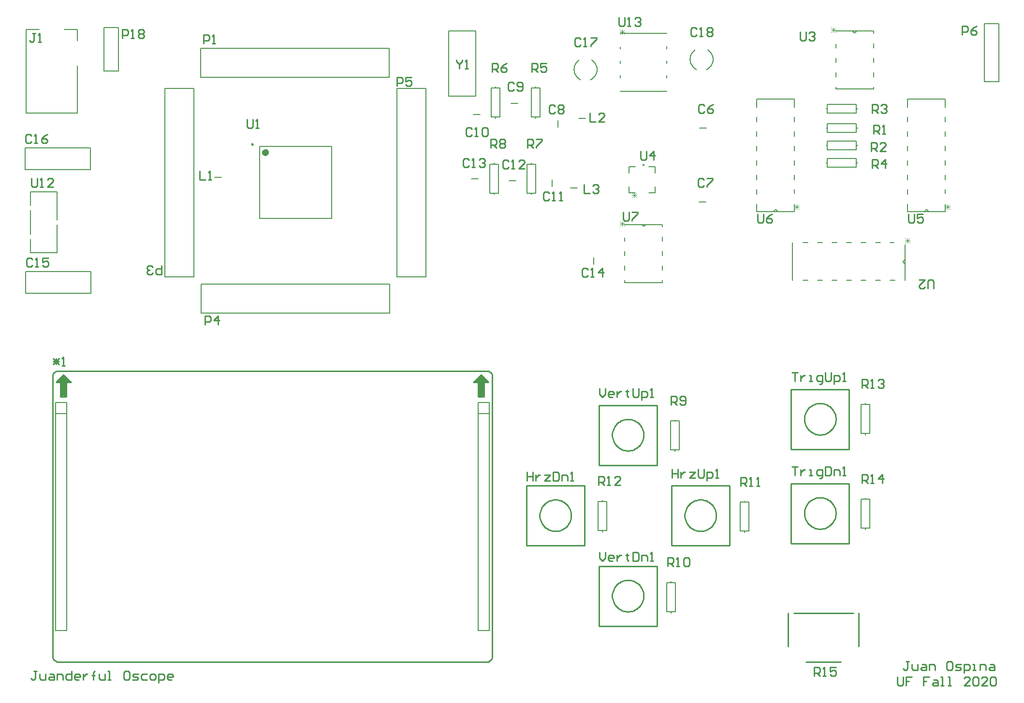
<source format=gto>
G04*
G04 #@! TF.GenerationSoftware,Altium Limited,Altium Designer,20.0.9 (164)*
G04*
G04 Layer_Color=65535*
%FSLAX25Y25*%
%MOIN*%
G70*
G01*
G75*
%ADD10C,0.00787*%
%ADD11C,0.00600*%
%ADD12C,0.01000*%
%ADD13C,0.00984*%
%ADD14C,0.02362*%
%ADD15C,0.00300*%
G36*
X429234Y363700D02*
Y364700D01*
X430734D01*
Y363700D01*
X429234D01*
D02*
G37*
D10*
X473274Y429839D02*
X474150Y430308D01*
X474959Y430884D01*
X475689Y431556D01*
X476329Y432315D01*
X476868Y433149D01*
X477298Y434044D01*
X477612Y434986D01*
X477805Y435960D01*
X477874Y436951D01*
X477817Y437942D01*
X477637Y438919D01*
X477334Y439865D01*
X476916Y440765D01*
X476387Y441605D01*
X475756Y442373D01*
X475034Y443054D01*
X474232Y443640D01*
X465768Y443640D02*
X464966Y443054D01*
X464244Y442373D01*
X463613Y441605D01*
X463084Y440765D01*
X462666Y439865D01*
X462363Y438919D01*
X462183Y437942D01*
X462126Y436951D01*
X462195Y435960D01*
X462388Y434986D01*
X462702Y434044D01*
X463132Y433149D01*
X463671Y432315D01*
X464311Y431556D01*
X465041Y430884D01*
X465850Y430308D01*
X466726Y429839D01*
X393274Y422839D02*
X394149Y423308D01*
X394959Y423883D01*
X395689Y424556D01*
X396329Y425316D01*
X396868Y426149D01*
X397298Y427044D01*
X397612Y427986D01*
X397805Y428961D01*
X397874Y429951D01*
X397817Y430942D01*
X397637Y431919D01*
X397334Y432865D01*
X396916Y433765D01*
X396387Y434605D01*
X395756Y435373D01*
X395034Y436054D01*
X394232Y436640D01*
X385768Y436640D02*
X384966Y436054D01*
X384244Y435373D01*
X383613Y434605D01*
X383084Y433765D01*
X382666Y432865D01*
X382363Y431919D01*
X382183Y430942D01*
X382126Y429951D01*
X382195Y428961D01*
X382388Y427986D01*
X382702Y427044D01*
X383132Y426149D01*
X383671Y425316D01*
X384311Y424556D01*
X385041Y423883D01*
X385851Y423308D01*
X386726Y422839D01*
X295748Y411665D02*
Y456547D01*
Y411665D02*
X314252D01*
Y456547D01*
X295748Y456547D02*
X314252D01*
X58000Y459000D02*
X68000D01*
Y429000D02*
Y459000D01*
X58000Y429000D02*
X68000D01*
X58000D02*
Y459000D01*
X39717Y399972D02*
Y432650D01*
Y449972D02*
Y457453D01*
X30661D02*
X39717D01*
X4283Y399972D02*
X39717D01*
X4283D02*
Y457453D01*
X13339Y457453D01*
X665000Y461500D02*
X675000D01*
Y421500D02*
Y461500D01*
X665000Y421500D02*
Y461500D01*
Y421500D02*
X675000D01*
X395500Y295638D02*
Y300362D01*
X134138Y355500D02*
X138862D01*
X338638Y406725D02*
X343362D01*
X312638Y399000D02*
X317362D01*
X311138Y354682D02*
X315862D01*
X337138Y353182D02*
X341862D01*
X367000Y349363D02*
Y354087D01*
X371043Y390363D02*
Y395087D01*
X468138Y338725D02*
X472862D01*
X468638Y389725D02*
X473362D01*
X379638Y348288D02*
X384362D01*
X385138Y396225D02*
X389862D01*
X328000Y397225D02*
X331000D01*
Y417225D01*
X325000D02*
X331000D01*
X325000Y397225D02*
Y417225D01*
Y397225D02*
X328000D01*
Y417225D02*
Y418125D01*
Y396325D02*
Y397225D01*
X352500Y417225D02*
X355500D01*
X352500Y397225D02*
Y417225D01*
Y397225D02*
X358500D01*
Y417225D01*
X355500D02*
X358500D01*
X355500Y396325D02*
Y397225D01*
Y417225D02*
Y418125D01*
X324000Y364725D02*
X327000D01*
X324000Y344725D02*
Y364725D01*
Y344725D02*
X330000D01*
Y364725D01*
X327000D02*
X330000D01*
X327000Y343825D02*
Y344725D01*
Y364725D02*
Y365625D01*
X352500Y344725D02*
X355500D01*
Y364725D01*
X349500D02*
X355500D01*
X349500Y344725D02*
Y364725D01*
Y344725D02*
X352500D01*
Y364725D02*
Y365625D01*
Y343825D02*
Y344725D01*
X555875Y403000D02*
X556775D01*
X576775D02*
X577675D01*
X556775D02*
Y406000D01*
X576775D01*
Y400000D02*
Y406000D01*
X556775Y400000D02*
X576775D01*
X556775D02*
Y403000D01*
X555875Y377500D02*
X556775D01*
X576775D02*
X577675D01*
X556775D02*
Y380500D01*
X576775D01*
Y374500D02*
Y380500D01*
X556775Y374500D02*
X576775D01*
X556775D02*
Y377500D01*
X555875Y365500D02*
X556775D01*
X576775D02*
X577675D01*
X556775D02*
Y368500D01*
X576775D01*
Y362500D02*
Y368500D01*
X556775Y362500D02*
X576775D01*
X556775D02*
Y365500D01*
X555875Y389500D02*
X556775D01*
X576775D02*
X577675D01*
X556775D02*
Y392500D01*
X576775D01*
Y386500D02*
Y392500D01*
X556775Y386500D02*
X576775D01*
X556775D02*
Y389500D01*
X446000Y76000D02*
X449000D01*
X446000Y56000D02*
Y76000D01*
Y56000D02*
X452000D01*
Y76000D01*
X449000D02*
X452000D01*
X449000Y55100D02*
Y56000D01*
Y76000D02*
Y76900D01*
X448500Y187500D02*
X451500D01*
X448500Y167500D02*
Y187500D01*
Y167500D02*
X454500D01*
Y187500D01*
X451500D02*
X454500D01*
X451500Y166600D02*
Y167500D01*
Y187500D02*
Y188400D01*
X398500Y132000D02*
X401500D01*
X398500Y112000D02*
Y132000D01*
Y112000D02*
X404500D01*
Y132000D01*
X401500D02*
X404500D01*
X401500Y111100D02*
Y112000D01*
Y132000D02*
Y132900D01*
X496500Y131500D02*
X499500D01*
X496500Y111500D02*
Y131500D01*
Y111500D02*
X502500D01*
Y131500D01*
X499500D02*
X502500D01*
X499500Y110600D02*
Y111500D01*
Y131500D02*
Y132400D01*
X580000Y133500D02*
X583000D01*
X580000Y113500D02*
Y133500D01*
Y113500D02*
X586000D01*
Y133500D01*
X583000D02*
X586000D01*
X583000Y112600D02*
Y113500D01*
Y133500D02*
Y134400D01*
X580000Y199000D02*
X583000D01*
X580000Y179000D02*
Y199000D01*
Y179000D02*
X586000D01*
Y199000D01*
X583000D02*
X586000D01*
X583000Y178100D02*
Y179000D01*
Y199000D02*
Y199900D01*
X3500Y361000D02*
Y376000D01*
X48500D01*
Y361000D02*
Y376000D01*
X3500Y361000D02*
X48500D01*
X49000Y275500D02*
Y290500D01*
X4000Y275500D02*
X49000D01*
X4000D02*
Y290500D01*
X49000D01*
X100000Y287000D02*
X120000D01*
X100000Y417000D02*
X120000D01*
Y287000D02*
Y417000D01*
X100000Y287000D02*
Y417000D01*
X255000Y262000D02*
Y282000D01*
X125000Y262000D02*
Y282000D01*
X255000D01*
X125000Y262000D02*
X255000D01*
X260000Y417000D02*
X280000D01*
X260000Y287000D02*
X280000D01*
X260000D02*
Y417000D01*
X280000Y287000D02*
Y417000D01*
X124500Y424500D02*
Y444500D01*
X254500Y424500D02*
Y444500D01*
X124500Y424500D02*
X254500D01*
X124500Y444500D02*
X254500D01*
X24563Y200437D02*
X32437D01*
X24563Y192563D02*
X32437D01*
X24563Y42957D02*
X32437D01*
Y200437D01*
X24563Y42957D02*
Y200437D01*
X315902D02*
X323776D01*
X315902Y192563D02*
X323776D01*
X315902Y42957D02*
X323776D01*
Y200437D01*
X315902Y42957D02*
Y200437D01*
X165197Y327197D02*
Y376803D01*
X214803Y327197D02*
Y376803D01*
X165197D02*
X214803D01*
X165197Y327197D02*
X214803D01*
D11*
X428800Y323000D02*
X429151Y322151D01*
X430000Y321800D01*
X430849Y322151D01*
X431200Y323000D01*
X626200Y331975D02*
X625848Y332823D01*
X625000Y333175D01*
X624152Y332823D01*
X623800Y331975D01*
X522200D02*
X521848Y332823D01*
X521000Y333175D01*
X520152Y332823D01*
X519800Y331975D01*
X610250Y298700D02*
X609402Y298348D01*
X609050Y297500D01*
X609402Y296652D01*
X610250Y296300D01*
X574300Y456500D02*
X574651Y455652D01*
X575500Y455300D01*
X576348Y455652D01*
X576700Y456500D01*
X7250Y316153D02*
Y332847D01*
X25750Y303500D02*
Y322847D01*
X7250Y345500D02*
X25750D01*
X7250Y336153D02*
Y345500D01*
Y303500D02*
X25750D01*
X7250D02*
Y312847D01*
X25750Y326153D02*
Y345500D01*
X446000Y444192D02*
Y445808D01*
X414000Y415000D02*
X446000D01*
Y424192D02*
Y425808D01*
X414000Y455000D02*
X446000D01*
X414000Y444192D02*
Y445690D01*
Y434192D02*
Y435808D01*
Y424192D02*
Y425808D01*
X446000Y434192D02*
Y435808D01*
X443000Y311476D02*
Y314524D01*
Y301476D02*
Y304524D01*
Y291476D02*
Y294524D01*
X417000Y283000D02*
Y284524D01*
Y291476D02*
Y294524D01*
Y301476D02*
Y304524D01*
Y311476D02*
Y313990D01*
Y323000D02*
X443000D01*
Y283000D02*
Y284524D01*
X417000Y283000D02*
X443000D01*
Y321476D02*
Y323000D01*
X612000Y331975D02*
Y337423D01*
Y409475D02*
X638000D01*
X612000Y404027D02*
Y409475D01*
Y331975D02*
X638000D01*
Y336865D01*
Y344585D02*
Y347424D01*
Y354027D02*
Y357423D01*
Y364026D02*
Y367424D01*
Y374026D02*
Y377424D01*
Y384027D02*
Y387423D01*
Y394026D02*
Y397424D01*
Y404027D02*
Y409475D01*
X612000Y394026D02*
Y397424D01*
Y384027D02*
Y387423D01*
Y374026D02*
Y377424D01*
Y364026D02*
Y367424D01*
Y354027D02*
Y357423D01*
Y344026D02*
Y347424D01*
X508000Y331975D02*
Y337423D01*
Y409475D02*
X534000D01*
X508000Y404027D02*
Y409475D01*
Y331975D02*
X534000D01*
Y336865D01*
Y344585D02*
Y347424D01*
Y354027D02*
Y357423D01*
Y364026D02*
Y367424D01*
Y374026D02*
Y377424D01*
Y384027D02*
Y387423D01*
Y394026D02*
Y397424D01*
Y404027D02*
Y409475D01*
X508000Y394026D02*
Y397424D01*
Y384027D02*
Y387423D01*
Y374026D02*
Y377424D01*
Y364026D02*
Y367424D01*
Y354027D02*
Y357423D01*
Y344026D02*
Y347424D01*
X589802Y284500D02*
X593198D01*
X579802D02*
X583198D01*
X569802D02*
X573199D01*
X559801D02*
X563199D01*
X549801D02*
X553198D01*
X539802Y310500D02*
X543198D01*
X549801D02*
X553198D01*
X559801D02*
X563199D01*
X569802D02*
X573199D01*
X579802D02*
X583198D01*
X589802D02*
X593198D01*
X599801D02*
X602640D01*
X610250Y284500D02*
Y309424D01*
X539802Y284500D02*
X543198D01*
X532750D02*
Y310500D01*
X599801Y284500D02*
X603198D01*
X588500Y444976D02*
Y448024D01*
Y434976D02*
Y438024D01*
Y424976D02*
Y428024D01*
X562500Y416500D02*
Y418024D01*
Y424976D02*
Y428024D01*
Y434976D02*
Y438024D01*
Y444976D02*
Y447490D01*
Y456500D02*
X588500D01*
Y416500D02*
Y418024D01*
X562500Y416500D02*
X588500D01*
Y454976D02*
Y456500D01*
X419950Y344950D02*
Y349285D01*
X438050Y344950D02*
Y349285D01*
X433715Y363050D02*
X438050D01*
X419950Y358715D02*
Y363050D01*
Y344950D02*
X424285D01*
X433715D02*
X438050D01*
Y358715D02*
Y363050D01*
X419950D02*
X424285D01*
D12*
X325744Y218154D02*
X325610Y219173D01*
X325217Y220122D01*
X324591Y220937D01*
X323776Y221563D01*
X322826Y221956D01*
X321807Y222091D01*
Y21303D02*
X322826Y21437D01*
X323776Y21831D01*
X324591Y22456D01*
X325217Y23272D01*
X325610Y24221D01*
X325744Y25240D01*
X22594D02*
X22729Y24221D01*
X23122Y23272D01*
X23748Y22456D01*
X24563Y21831D01*
X25512Y21437D01*
X26531Y21303D01*
Y222091D02*
X25512Y221956D01*
X24563Y221563D01*
X23748Y220937D01*
X23122Y220122D01*
X22729Y219173D01*
X22594Y218154D01*
X430068Y66854D02*
X430022Y67854D01*
X429884Y68845D01*
X429655Y69819D01*
X429337Y70767D01*
X428933Y71683D01*
X428446Y72557D01*
X427880Y73382D01*
X427241Y74152D01*
X426534Y74859D01*
X425764Y75499D01*
X424939Y76064D01*
X424064Y76551D01*
X423149Y76955D01*
X422201Y77273D01*
X421227Y77502D01*
X420236Y77640D01*
X419236Y77687D01*
X418237Y77640D01*
X417246Y77502D01*
X416272Y77273D01*
X415323Y76955D01*
X414408Y76551D01*
X413534Y76064D01*
X412708Y75499D01*
X411939Y74859D01*
X411231Y74152D01*
X410592Y73382D01*
X410027Y72557D01*
X409540Y71683D01*
X409136Y70767D01*
X408818Y69819D01*
X408589Y68845D01*
X408450Y67854D01*
X408404Y66854D01*
X408450Y65855D01*
X408589Y64864D01*
X408818Y63890D01*
X409136Y62941D01*
X409540Y62026D01*
X410027Y61152D01*
X410592Y60326D01*
X411231Y59557D01*
X411939Y58849D01*
X412708Y58210D01*
X413534Y57645D01*
X414408Y57158D01*
X415323Y56754D01*
X416272Y56436D01*
X417246Y56207D01*
X418237Y56068D01*
X419236Y56022D01*
X420236Y56068D01*
X421227Y56207D01*
X422201Y56436D01*
X423149Y56754D01*
X424064Y57158D01*
X424939Y57645D01*
X425764Y58210D01*
X426534Y58849D01*
X427241Y59557D01*
X427880Y60326D01*
X428446Y61152D01*
X428933Y62026D01*
X429337Y62941D01*
X429655Y63890D01*
X429884Y64864D01*
X430022Y65855D01*
X430068Y66854D01*
Y177854D02*
X430022Y178854D01*
X429884Y179845D01*
X429655Y180819D01*
X429337Y181767D01*
X428933Y182683D01*
X428446Y183557D01*
X427880Y184382D01*
X427241Y185152D01*
X426534Y185859D01*
X425764Y186499D01*
X424939Y187064D01*
X424064Y187551D01*
X423149Y187955D01*
X422201Y188273D01*
X421227Y188502D01*
X420236Y188640D01*
X419236Y188687D01*
X418237Y188640D01*
X417246Y188502D01*
X416272Y188273D01*
X415323Y187955D01*
X414408Y187551D01*
X413534Y187064D01*
X412708Y186499D01*
X411939Y185859D01*
X411231Y185152D01*
X410592Y184382D01*
X410027Y183557D01*
X409540Y182683D01*
X409136Y181767D01*
X408818Y180819D01*
X408589Y179845D01*
X408450Y178854D01*
X408404Y177854D01*
X408450Y176855D01*
X408589Y175864D01*
X408818Y174890D01*
X409136Y173941D01*
X409540Y173026D01*
X410027Y172152D01*
X410592Y171326D01*
X411231Y170557D01*
X411939Y169849D01*
X412708Y169210D01*
X413534Y168645D01*
X414408Y168158D01*
X415323Y167754D01*
X416272Y167436D01*
X417246Y167207D01*
X418237Y167068D01*
X419236Y167022D01*
X420236Y167068D01*
X421227Y167207D01*
X422201Y167436D01*
X423149Y167754D01*
X424064Y168158D01*
X424939Y168645D01*
X425764Y169210D01*
X426534Y169849D01*
X427241Y170557D01*
X427880Y171326D01*
X428446Y172152D01*
X428933Y173026D01*
X429337Y173941D01*
X429655Y174890D01*
X429884Y175864D01*
X430022Y176855D01*
X430068Y177854D01*
X380068Y122354D02*
X380022Y123354D01*
X379884Y124345D01*
X379655Y125319D01*
X379337Y126267D01*
X378933Y127183D01*
X378446Y128057D01*
X377881Y128882D01*
X377241Y129652D01*
X376534Y130359D01*
X375764Y130999D01*
X374939Y131564D01*
X374064Y132051D01*
X373149Y132455D01*
X372201Y132773D01*
X371227Y133002D01*
X370236Y133140D01*
X369236Y133186D01*
X368237Y133140D01*
X367246Y133002D01*
X366272Y132773D01*
X365323Y132455D01*
X364408Y132051D01*
X363534Y131564D01*
X362708Y130999D01*
X361939Y130359D01*
X361231Y129652D01*
X360592Y128882D01*
X360027Y128057D01*
X359540Y127183D01*
X359136Y126267D01*
X358818Y125319D01*
X358589Y124345D01*
X358450Y123354D01*
X358404Y122354D01*
X358450Y121355D01*
X358589Y120364D01*
X358818Y119390D01*
X359136Y118441D01*
X359540Y117526D01*
X360027Y116652D01*
X360592Y115826D01*
X361231Y115057D01*
X361939Y114349D01*
X362708Y113710D01*
X363534Y113145D01*
X364408Y112658D01*
X365323Y112254D01*
X366272Y111936D01*
X367246Y111707D01*
X368237Y111568D01*
X369236Y111522D01*
X370236Y111568D01*
X371227Y111707D01*
X372201Y111936D01*
X373149Y112254D01*
X374064Y112658D01*
X374939Y113145D01*
X375764Y113710D01*
X376534Y114349D01*
X377241Y115057D01*
X377881Y115826D01*
X378446Y116652D01*
X378933Y117526D01*
X379337Y118441D01*
X379655Y119390D01*
X379884Y120364D01*
X380022Y121355D01*
X380068Y122354D01*
X480068D02*
X480022Y123354D01*
X479884Y124345D01*
X479655Y125319D01*
X479337Y126267D01*
X478933Y127183D01*
X478446Y128057D01*
X477880Y128882D01*
X477241Y129652D01*
X476534Y130359D01*
X475764Y130999D01*
X474939Y131564D01*
X474064Y132051D01*
X473149Y132455D01*
X472201Y132773D01*
X471227Y133002D01*
X470236Y133140D01*
X469236Y133186D01*
X468237Y133140D01*
X467246Y133002D01*
X466272Y132773D01*
X465323Y132455D01*
X464408Y132051D01*
X463534Y131564D01*
X462708Y130999D01*
X461939Y130359D01*
X461231Y129652D01*
X460592Y128882D01*
X460027Y128057D01*
X459540Y127183D01*
X459135Y126267D01*
X458818Y125319D01*
X458589Y124345D01*
X458450Y123354D01*
X458404Y122354D01*
X458450Y121355D01*
X458589Y120364D01*
X458818Y119390D01*
X459135Y118441D01*
X459540Y117526D01*
X460027Y116652D01*
X460592Y115826D01*
X461231Y115057D01*
X461939Y114349D01*
X462708Y113710D01*
X463534Y113145D01*
X464408Y112658D01*
X465323Y112254D01*
X466272Y111936D01*
X467246Y111707D01*
X468237Y111568D01*
X469236Y111522D01*
X470236Y111568D01*
X471227Y111707D01*
X472201Y111936D01*
X473149Y112254D01*
X474064Y112658D01*
X474939Y113145D01*
X475764Y113710D01*
X476534Y114349D01*
X477241Y115057D01*
X477880Y115826D01*
X478446Y116652D01*
X478933Y117526D01*
X479337Y118441D01*
X479655Y119390D01*
X479884Y120364D01*
X480022Y121355D01*
X480068Y122354D01*
X562568Y123854D02*
X562522Y124854D01*
X562384Y125845D01*
X562155Y126819D01*
X561837Y127767D01*
X561433Y128683D01*
X560946Y129557D01*
X560381Y130382D01*
X559741Y131152D01*
X559034Y131859D01*
X558264Y132499D01*
X557439Y133064D01*
X556565Y133551D01*
X555649Y133955D01*
X554701Y134273D01*
X553727Y134502D01*
X552736Y134640D01*
X551736Y134687D01*
X550737Y134640D01*
X549746Y134502D01*
X548772Y134273D01*
X547823Y133955D01*
X546908Y133551D01*
X546034Y133064D01*
X545208Y132499D01*
X544439Y131859D01*
X543731Y131152D01*
X543092Y130382D01*
X542527Y129557D01*
X542040Y128683D01*
X541636Y127767D01*
X541318Y126819D01*
X541088Y125845D01*
X540950Y124854D01*
X540904Y123854D01*
X540950Y122855D01*
X541088Y121864D01*
X541318Y120890D01*
X541636Y119941D01*
X542040Y119026D01*
X542526Y118152D01*
X543092Y117326D01*
X543731Y116557D01*
X544439Y115849D01*
X545208Y115210D01*
X546034Y114645D01*
X546908Y114158D01*
X547823Y113754D01*
X548772Y113436D01*
X549746Y113207D01*
X550737Y113068D01*
X551736Y113022D01*
X552736Y113068D01*
X553727Y113207D01*
X554701Y113436D01*
X555649Y113754D01*
X556565Y114158D01*
X557439Y114645D01*
X558264Y115210D01*
X559034Y115849D01*
X559741Y116557D01*
X560381Y117326D01*
X560946Y118152D01*
X561433Y119026D01*
X561837Y119941D01*
X562155Y120890D01*
X562384Y121864D01*
X562522Y122855D01*
X562568Y123854D01*
Y188854D02*
X562522Y189854D01*
X562384Y190845D01*
X562155Y191819D01*
X561837Y192767D01*
X561433Y193683D01*
X560946Y194557D01*
X560381Y195382D01*
X559741Y196152D01*
X559034Y196859D01*
X558264Y197499D01*
X557439Y198064D01*
X556565Y198551D01*
X555649Y198955D01*
X554701Y199273D01*
X553727Y199502D01*
X552736Y199640D01*
X551736Y199687D01*
X550737Y199640D01*
X549746Y199502D01*
X548772Y199273D01*
X547823Y198955D01*
X546908Y198551D01*
X546034Y198064D01*
X545208Y197499D01*
X544439Y196859D01*
X543731Y196152D01*
X543092Y195382D01*
X542527Y194557D01*
X542040Y193683D01*
X541636Y192767D01*
X541318Y191819D01*
X541088Y190845D01*
X540950Y189854D01*
X540904Y188854D01*
X540950Y187855D01*
X541088Y186864D01*
X541318Y185890D01*
X541636Y184941D01*
X542040Y184026D01*
X542526Y183152D01*
X543092Y182326D01*
X543731Y181557D01*
X544439Y180849D01*
X545208Y180210D01*
X546034Y179645D01*
X546908Y179158D01*
X547823Y178754D01*
X548772Y178436D01*
X549746Y178207D01*
X550737Y178068D01*
X551736Y178022D01*
X552736Y178068D01*
X553727Y178207D01*
X554701Y178436D01*
X555649Y178754D01*
X556565Y179158D01*
X557439Y179645D01*
X558264Y180210D01*
X559034Y180849D01*
X559741Y181557D01*
X560381Y182326D01*
X560946Y183152D01*
X561433Y184026D01*
X561837Y184941D01*
X562155Y185890D01*
X562384Y186864D01*
X562522Y187855D01*
X562568Y188854D01*
X542000Y21300D02*
X566000D01*
X529600Y31800D02*
Y54800D01*
X533500D02*
X574500D01*
X578400Y31800D02*
Y54800D01*
X325744Y25240D02*
Y218154D01*
X26531Y21303D02*
X321807D01*
X22594Y25240D02*
Y218154D01*
X26531Y222091D02*
X321807D01*
X319051Y205161D02*
Y214901D01*
X318264Y204374D02*
Y214901D01*
X317476Y204768D02*
Y214901D01*
X316689Y204374D02*
Y214901D01*
X317385Y218691D02*
X318264Y217812D01*
X317227Y218691D02*
X317385D01*
X316348Y217812D02*
X319392D01*
X315344Y216809D02*
X320186D01*
X314340Y215805D02*
X321089D01*
X313436Y214901D02*
X322160D01*
X31256Y204374D02*
Y214973D01*
X30468Y204374D02*
Y214216D01*
X29681Y205161D02*
Y214973D01*
X28894Y204768D02*
Y214216D01*
X28106D02*
X32043D01*
X27454Y216714D02*
X32324D01*
X29638Y218897D02*
X30512D01*
X28684Y217944D02*
X31211D01*
X27780Y217040D02*
X32370D01*
X26701Y215961D02*
X33344D01*
X27349Y214973D02*
X34081D01*
X27349D02*
X28106Y214216D01*
X25714Y214973D02*
X27349D01*
X319839Y204374D02*
Y214216D01*
X315902Y204374D02*
Y214216D01*
Y204374D02*
X319839D01*
X312752Y214216D02*
X315902D01*
X319839D02*
X322988D01*
X317870Y219335D02*
X322988Y214216D01*
X312752D02*
X317870Y219335D01*
X32043Y204374D02*
Y214216D01*
X28106Y204374D02*
Y214216D01*
Y204374D02*
X32043D01*
X24957Y214216D02*
X28106D01*
X32043D02*
X35193D01*
X30075Y219335D02*
X35193Y214216D01*
X24957D02*
X30075Y219335D01*
X439157Y45988D02*
Y87327D01*
X399157Y45988D02*
Y87327D01*
X439157D01*
X399157Y45988D02*
X439157D01*
Y156988D02*
Y198327D01*
X399157Y156988D02*
Y198327D01*
X439157D01*
X399157Y156988D02*
X439157D01*
X389157Y101488D02*
Y142827D01*
X349157Y101488D02*
Y142827D01*
X389157D01*
X349157Y101488D02*
X389157D01*
X489157D02*
Y142827D01*
X449157Y101488D02*
Y142827D01*
X489157D01*
X449157Y101488D02*
X489157D01*
X571657Y102988D02*
Y144327D01*
X531657Y102988D02*
Y144327D01*
X571657D01*
X531657Y102988D02*
X571657D01*
Y167988D02*
Y209327D01*
X531657Y167988D02*
Y209327D01*
X571657D01*
X531657Y167988D02*
X571657D01*
X11499Y14997D02*
X9499D01*
X10499D01*
Y9999D01*
X9499Y8999D01*
X8500D01*
X7500Y9999D01*
X13498Y12998D02*
Y9999D01*
X14498Y8999D01*
X17497D01*
Y12998D01*
X20496D02*
X22495D01*
X23495Y11998D01*
Y8999D01*
X20496D01*
X19496Y9999D01*
X20496Y10999D01*
X23495D01*
X25494Y8999D02*
Y12998D01*
X28493D01*
X29493Y11998D01*
Y8999D01*
X35491Y14997D02*
Y8999D01*
X32492D01*
X31492Y9999D01*
Y11998D01*
X32492Y12998D01*
X35491D01*
X40489Y8999D02*
X38490D01*
X37490Y9999D01*
Y11998D01*
X38490Y12998D01*
X40489D01*
X41489Y11998D01*
Y10999D01*
X37490D01*
X43488Y12998D02*
Y8999D01*
Y10999D01*
X44488Y11998D01*
X45488Y12998D01*
X46487D01*
X50486Y8999D02*
Y13998D01*
Y11998D01*
X49486D01*
X51486D01*
X50486D01*
Y13998D01*
X51486Y14997D01*
X54485Y12998D02*
Y9999D01*
X55484Y8999D01*
X58483D01*
Y12998D01*
X60483Y8999D02*
X62482D01*
X61483D01*
Y14997D01*
X60483D01*
X74478D02*
X72479D01*
X71479Y13998D01*
Y9999D01*
X72479Y8999D01*
X74478D01*
X75478Y9999D01*
Y13998D01*
X74478Y14997D01*
X77477Y8999D02*
X80476D01*
X81476Y9999D01*
X80476Y10999D01*
X78477D01*
X77477Y11998D01*
X78477Y12998D01*
X81476D01*
X87474D02*
X84475D01*
X83475Y11998D01*
Y9999D01*
X84475Y8999D01*
X87474D01*
X90473D02*
X92472D01*
X93472Y9999D01*
Y11998D01*
X92472Y12998D01*
X90473D01*
X89473Y11998D01*
Y9999D01*
X90473Y8999D01*
X95472Y7000D02*
Y12998D01*
X98471D01*
X99470Y11998D01*
Y9999D01*
X98471Y8999D01*
X95472D01*
X104469D02*
X102469D01*
X101470Y9999D01*
Y11998D01*
X102469Y12998D01*
X104469D01*
X105468Y11998D01*
Y10999D01*
X101470D01*
X605000Y10998D02*
Y6000D01*
X606000Y5000D01*
X607999D01*
X608999Y6000D01*
Y10998D01*
X614997D02*
X610998D01*
Y7999D01*
X612997D01*
X610998D01*
Y5000D01*
X626993Y10998D02*
X622994D01*
Y7999D01*
X624994D01*
X622994D01*
Y5000D01*
X629992Y8999D02*
X631991D01*
X632991Y7999D01*
Y5000D01*
X629992D01*
X628992Y6000D01*
X629992Y6999D01*
X632991D01*
X634990Y5000D02*
X636990D01*
X635990D01*
Y10998D01*
X634990D01*
X639989Y5000D02*
X641988D01*
X640988D01*
Y10998D01*
X639989D01*
X654984Y5000D02*
X650985D01*
X654984Y8999D01*
Y9998D01*
X653984Y10998D01*
X651985D01*
X650985Y9998D01*
X656983D02*
X657983Y10998D01*
X659982D01*
X660982Y9998D01*
Y6000D01*
X659982Y5000D01*
X657983D01*
X656983Y6000D01*
Y9998D01*
X666980Y5000D02*
X662981D01*
X666980Y8999D01*
Y9998D01*
X665980Y10998D01*
X663981D01*
X662981Y9998D01*
X668979D02*
X669979Y10998D01*
X671978D01*
X672978Y9998D01*
Y6000D01*
X671978Y5000D01*
X669979D01*
X668979Y6000D01*
Y9998D01*
X612999Y21497D02*
X610999D01*
X611999D01*
Y16499D01*
X610999Y15499D01*
X610000D01*
X609000Y16499D01*
X614998Y19498D02*
Y16499D01*
X615998Y15499D01*
X618997D01*
Y19498D01*
X621996D02*
X623995D01*
X624995Y18498D01*
Y15499D01*
X621996D01*
X620996Y16499D01*
X621996Y17499D01*
X624995D01*
X626994Y15499D02*
Y19498D01*
X629993D01*
X630993Y18498D01*
Y15499D01*
X641989Y21497D02*
X639990D01*
X638990Y20498D01*
Y16499D01*
X639990Y15499D01*
X641989D01*
X642989Y16499D01*
Y20498D01*
X641989Y21497D01*
X644988Y15499D02*
X647987D01*
X648987Y16499D01*
X647987Y17499D01*
X645988D01*
X644988Y18498D01*
X645988Y19498D01*
X648987D01*
X650986Y13500D02*
Y19498D01*
X653986D01*
X654985Y18498D01*
Y16499D01*
X653986Y15499D01*
X650986D01*
X656985D02*
X658984D01*
X657984D01*
Y19498D01*
X656985D01*
X661983Y15499D02*
Y19498D01*
X664982D01*
X665982Y18498D01*
Y15499D01*
X668981Y19498D02*
X670980D01*
X671980Y18498D01*
Y15499D01*
X668981D01*
X667981Y16499D01*
X668981Y17499D01*
X671980D01*
X301001Y436499D02*
Y435499D01*
X303001Y433500D01*
X305000Y435499D01*
Y436499D01*
X303001Y433500D02*
Y430501D01*
X306999D02*
X308999D01*
X307999D01*
Y436499D01*
X306999Y435499D01*
X391501Y291999D02*
X390501Y292999D01*
X388502D01*
X387502Y291999D01*
Y288001D01*
X388502Y287001D01*
X390501D01*
X391501Y288001D01*
X393500Y287001D02*
X395500D01*
X394500D01*
Y292999D01*
X393500Y291999D01*
X401498Y287001D02*
Y292999D01*
X398499Y290000D01*
X402498D01*
X649502Y454001D02*
Y459999D01*
X652501D01*
X653500Y458999D01*
Y457000D01*
X652501Y456000D01*
X649502D01*
X659498Y459999D02*
X657499Y458999D01*
X655500Y457000D01*
Y455001D01*
X656499Y454001D01*
X658499D01*
X659498Y455001D01*
Y456000D01*
X658499Y457000D01*
X655500D01*
X324600Y375900D02*
Y381898D01*
X327599D01*
X328599Y380898D01*
Y378899D01*
X327599Y377899D01*
X324600D01*
X326599D02*
X328599Y375900D01*
X330598Y380898D02*
X331598Y381898D01*
X333597D01*
X334597Y380898D01*
Y379899D01*
X333597Y378899D01*
X334597Y377899D01*
Y376900D01*
X333597Y375900D01*
X331598D01*
X330598Y376900D01*
Y377899D01*
X331598Y378899D01*
X330598Y379899D01*
Y380898D01*
X331598Y378899D02*
X333597D01*
X350100Y375925D02*
Y381923D01*
X353099D01*
X354099Y380923D01*
Y378924D01*
X353099Y377924D01*
X350100D01*
X352099D02*
X354099Y375925D01*
X356098Y381923D02*
X360097D01*
Y380923D01*
X356098Y376925D01*
Y375925D01*
X325600Y428400D02*
Y434398D01*
X328599D01*
X329599Y433398D01*
Y431399D01*
X328599Y430399D01*
X325600D01*
X327599D02*
X329599Y428400D01*
X335597Y434398D02*
X333597Y433398D01*
X331598Y431399D01*
Y429400D01*
X332598Y428400D01*
X334597D01*
X335597Y429400D01*
Y430399D01*
X334597Y431399D01*
X331598D01*
X353100Y428400D02*
Y434398D01*
X356099D01*
X357099Y433398D01*
Y431399D01*
X356099Y430399D01*
X353100D01*
X355099D02*
X357099Y428400D01*
X363097Y434398D02*
X359098D01*
Y431399D01*
X361097Y432399D01*
X362097D01*
X363097Y431399D01*
Y429400D01*
X362097Y428400D01*
X360098D01*
X359098Y429400D01*
X389002Y350724D02*
Y344726D01*
X393000D01*
X395000Y349724D02*
X395999Y350724D01*
X397999D01*
X398998Y349724D01*
Y348725D01*
X397999Y347725D01*
X396999D01*
X397999D01*
X398998Y346725D01*
Y345726D01*
X397999Y344726D01*
X395999D01*
X395000Y345726D01*
X393002Y399787D02*
Y393789D01*
X397000D01*
X402998D02*
X399000D01*
X402998Y397788D01*
Y398787D01*
X401999Y399787D01*
X399999D01*
X399000Y398787D01*
X309501Y367681D02*
X308502Y368681D01*
X306502D01*
X305502Y367681D01*
Y363682D01*
X306502Y362683D01*
X308502D01*
X309501Y363682D01*
X311501Y362683D02*
X313500D01*
X312500D01*
Y368681D01*
X311501Y367681D01*
X316499D02*
X317499Y368681D01*
X319498D01*
X320498Y367681D01*
Y366681D01*
X319498Y365682D01*
X318498D01*
X319498D01*
X320498Y364682D01*
Y363682D01*
X319498Y362683D01*
X317499D01*
X316499Y363682D01*
X337001Y366681D02*
X336001Y367681D01*
X334002D01*
X333002Y366681D01*
Y362682D01*
X334002Y361683D01*
X336001D01*
X337001Y362682D01*
X339001Y361683D02*
X341000D01*
X340000D01*
Y367681D01*
X339001Y366681D01*
X347998Y361683D02*
X343999D01*
X347998Y365681D01*
Y366681D01*
X346998Y367681D01*
X344999D01*
X343999Y366681D01*
X365001Y344724D02*
X364001Y345724D01*
X362002D01*
X361002Y344724D01*
Y340726D01*
X362002Y339726D01*
X364001D01*
X365001Y340726D01*
X367000Y339726D02*
X369000D01*
X368000D01*
Y345724D01*
X367000Y344724D01*
X371999Y339726D02*
X373998D01*
X372998D01*
Y345724D01*
X371999Y344724D01*
X311501Y388999D02*
X310502Y389999D01*
X308502D01*
X307502Y388999D01*
Y385001D01*
X308502Y384001D01*
X310502D01*
X311501Y385001D01*
X313500Y384001D02*
X315500D01*
X314500D01*
Y389999D01*
X313500Y388999D01*
X318499D02*
X319498Y389999D01*
X321498D01*
X322498Y388999D01*
Y385001D01*
X321498Y384001D01*
X319498D01*
X318499Y385001D01*
Y388999D01*
X340500Y420224D02*
X339501Y421224D01*
X337501D01*
X336502Y420224D01*
Y416226D01*
X337501Y415226D01*
X339501D01*
X340500Y416226D01*
X342500D02*
X343499Y415226D01*
X345499D01*
X346498Y416226D01*
Y420224D01*
X345499Y421224D01*
X343499D01*
X342500Y420224D01*
Y419225D01*
X343499Y418225D01*
X346498D01*
X368999Y404698D02*
X367999Y405698D01*
X366000D01*
X365000Y404698D01*
Y400700D01*
X366000Y399700D01*
X367999D01*
X368999Y400700D01*
X370998Y404698D02*
X371998Y405698D01*
X373997D01*
X374997Y404698D01*
Y403699D01*
X373997Y402699D01*
X374997Y401699D01*
Y400700D01*
X373997Y399700D01*
X371998D01*
X370998Y400700D01*
Y401699D01*
X371998Y402699D01*
X370998Y403699D01*
Y404698D01*
X371998Y402699D02*
X373997D01*
X471599Y353798D02*
X470599Y354798D01*
X468600D01*
X467600Y353798D01*
Y349800D01*
X468600Y348800D01*
X470599D01*
X471599Y349800D01*
X473598Y354798D02*
X477597D01*
Y353798D01*
X473598Y349800D01*
Y348800D01*
X472099Y404798D02*
X471099Y405798D01*
X469100D01*
X468100Y404798D01*
Y400800D01*
X469100Y399800D01*
X471099D01*
X472099Y400800D01*
X478097Y405798D02*
X476097Y404798D01*
X474098Y402799D01*
Y400800D01*
X475098Y399800D01*
X477097D01*
X478097Y400800D01*
Y401799D01*
X477097Y402799D01*
X474098D01*
X416002Y331499D02*
Y326501D01*
X417001Y325501D01*
X419001D01*
X420000Y326501D01*
Y331499D01*
X422000D02*
X425998D01*
Y330499D01*
X422000Y326501D01*
Y325501D01*
X547502Y11501D02*
Y17499D01*
X550501D01*
X551501Y16499D01*
Y14500D01*
X550501Y13500D01*
X547502D01*
X549502D02*
X551501Y11501D01*
X553501D02*
X555500D01*
X554500D01*
Y17499D01*
X553501Y16499D01*
X562498Y17499D02*
X558499D01*
Y14500D01*
X560498Y15500D01*
X561498D01*
X562498Y14500D01*
Y12501D01*
X561498Y11501D01*
X559499D01*
X558499Y12501D01*
X580600Y144700D02*
Y150698D01*
X583599D01*
X584599Y149698D01*
Y147699D01*
X583599Y146699D01*
X580600D01*
X582599D02*
X584599Y144700D01*
X586598D02*
X588597D01*
X587598D01*
Y150698D01*
X586598Y149698D01*
X594595Y144700D02*
Y150698D01*
X591596Y147699D01*
X595595D01*
X580600Y210200D02*
Y216198D01*
X583599D01*
X584599Y215198D01*
Y213199D01*
X583599Y212199D01*
X580600D01*
X582599D02*
X584599Y210200D01*
X586598D02*
X588597D01*
X587598D01*
Y216198D01*
X586598Y215198D01*
X591596D02*
X592596Y216198D01*
X594595D01*
X595595Y215198D01*
Y214199D01*
X594595Y213199D01*
X593596D01*
X594595D01*
X595595Y212199D01*
Y211200D01*
X594595Y210200D01*
X592596D01*
X591596Y211200D01*
X399100Y143200D02*
Y149198D01*
X402099D01*
X403099Y148198D01*
Y146199D01*
X402099Y145199D01*
X399100D01*
X401099D02*
X403099Y143200D01*
X405098D02*
X407097D01*
X406098D01*
Y149198D01*
X405098Y148198D01*
X414095Y143200D02*
X410096D01*
X414095Y147199D01*
Y148198D01*
X413096Y149198D01*
X411096D01*
X410096Y148198D01*
X497100Y142700D02*
Y148698D01*
X500099D01*
X501099Y147698D01*
Y145699D01*
X500099Y144699D01*
X497100D01*
X499099D02*
X501099Y142700D01*
X503098D02*
X505097D01*
X504098D01*
Y148698D01*
X503098Y147698D01*
X508096Y142700D02*
X510096D01*
X509096D01*
Y148698D01*
X508096Y147698D01*
X446600Y87200D02*
Y93198D01*
X449599D01*
X450599Y92198D01*
Y90199D01*
X449599Y89199D01*
X446600D01*
X448599D02*
X450599Y87200D01*
X452598D02*
X454597D01*
X453598D01*
Y93198D01*
X452598Y92198D01*
X457596D02*
X458596Y93198D01*
X460596D01*
X461595Y92198D01*
Y88200D01*
X460596Y87200D01*
X458596D01*
X457596Y88200D01*
Y92198D01*
X449100Y198700D02*
Y204698D01*
X452099D01*
X453099Y203698D01*
Y201699D01*
X452099Y200699D01*
X449100D01*
X451099D02*
X453099Y198700D01*
X455098Y199700D02*
X456098Y198700D01*
X458097D01*
X459097Y199700D01*
Y203698D01*
X458097Y204698D01*
X456098D01*
X455098Y203698D01*
Y202699D01*
X456098Y201699D01*
X459097D01*
X413002Y465999D02*
Y461001D01*
X414002Y460001D01*
X416002D01*
X417001Y461001D01*
Y465999D01*
X419000Y460001D02*
X421000D01*
X420000D01*
Y465999D01*
X419000Y464999D01*
X423999D02*
X424999Y465999D01*
X426998D01*
X427998Y464999D01*
Y464000D01*
X426998Y463000D01*
X425998D01*
X426998D01*
X427998Y462000D01*
Y461001D01*
X426998Y460001D01*
X424999D01*
X423999Y461001D01*
X8002Y354999D02*
Y350001D01*
X9002Y349001D01*
X11001D01*
X12001Y350001D01*
Y354999D01*
X14001Y349001D02*
X16000D01*
X15000D01*
Y354999D01*
X14001Y353999D01*
X22998Y349001D02*
X18999D01*
X22998Y353000D01*
Y353999D01*
X21998Y354999D01*
X19999D01*
X18999Y353999D01*
X70502Y451501D02*
Y457499D01*
X73501D01*
X74501Y456499D01*
Y454500D01*
X73501Y453500D01*
X70502D01*
X76500Y451501D02*
X78500D01*
X77500D01*
Y457499D01*
X76500Y456499D01*
X81499D02*
X82499Y457499D01*
X84498D01*
X85498Y456499D01*
Y455500D01*
X84498Y454500D01*
X85498Y453500D01*
Y452501D01*
X84498Y451501D01*
X82499D01*
X81499Y452501D01*
Y453500D01*
X82499Y454500D01*
X81499Y455500D01*
Y456499D01*
X82499Y454500D02*
X84498D01*
X10500Y454999D02*
X8501D01*
X9500D01*
Y450001D01*
X8501Y449001D01*
X7501D01*
X6501Y450001D01*
X12499Y449001D02*
X14499D01*
X13499D01*
Y454999D01*
X12499Y453999D01*
X466699Y457898D02*
X465699Y458898D01*
X463700D01*
X462700Y457898D01*
Y453900D01*
X463700Y452900D01*
X465699D01*
X466699Y453900D01*
X468698Y452900D02*
X470697D01*
X469698D01*
Y458898D01*
X468698Y457898D01*
X473696D02*
X474696Y458898D01*
X476695D01*
X477695Y457898D01*
Y456899D01*
X476695Y455899D01*
X477695Y454899D01*
Y453900D01*
X476695Y452900D01*
X474696D01*
X473696Y453900D01*
Y454899D01*
X474696Y455899D01*
X473696Y456899D01*
Y457898D01*
X474696Y455899D02*
X476695D01*
X386699Y450898D02*
X385699Y451898D01*
X383700D01*
X382700Y450898D01*
Y446900D01*
X383700Y445900D01*
X385699D01*
X386699Y446900D01*
X388698Y445900D02*
X390697D01*
X389698D01*
Y451898D01*
X388698Y450898D01*
X393696Y451898D02*
X397695D01*
Y450898D01*
X393696Y446900D01*
Y445900D01*
X8099Y384398D02*
X7099Y385398D01*
X5100D01*
X4100Y384398D01*
Y380400D01*
X5100Y379400D01*
X7099D01*
X8099Y380400D01*
X10098Y379400D02*
X12097D01*
X11098D01*
Y385398D01*
X10098Y384398D01*
X19095Y385398D02*
X17096Y384398D01*
X15096Y382399D01*
Y380400D01*
X16096Y379400D01*
X18095D01*
X19095Y380400D01*
Y381399D01*
X18095Y382399D01*
X15096D01*
X8599Y298898D02*
X7599Y299898D01*
X5600D01*
X4600Y298898D01*
Y294900D01*
X5600Y293900D01*
X7599D01*
X8599Y294900D01*
X10598Y293900D02*
X12597D01*
X11598D01*
Y299898D01*
X10598Y298898D01*
X19595Y299898D02*
X15596D01*
Y296899D01*
X17596Y297899D01*
X18596D01*
X19595Y296899D01*
Y294900D01*
X18596Y293900D01*
X16596D01*
X15596Y294900D01*
X532200Y155798D02*
X536199D01*
X534199D01*
Y149800D01*
X538198Y153799D02*
Y149800D01*
Y151799D01*
X539198Y152799D01*
X540197Y153799D01*
X541197D01*
X544196Y149800D02*
X546196D01*
X545196D01*
Y153799D01*
X544196D01*
X551194Y147801D02*
X552193D01*
X553193Y148800D01*
Y153799D01*
X550194D01*
X549194Y152799D01*
Y150800D01*
X550194Y149800D01*
X553193D01*
X555193Y155798D02*
Y149800D01*
X558192D01*
X559191Y150800D01*
Y154798D01*
X558192Y155798D01*
X555193D01*
X561191Y149800D02*
Y153799D01*
X564190D01*
X565189Y152799D01*
Y149800D01*
X567189D02*
X569188D01*
X568188D01*
Y155798D01*
X567189Y154798D01*
X532200Y220798D02*
X536199D01*
X534199D01*
Y214800D01*
X538198Y218799D02*
Y214800D01*
Y216799D01*
X539198Y217799D01*
X540197Y218799D01*
X541197D01*
X544196Y214800D02*
X546196D01*
X545196D01*
Y218799D01*
X544196D01*
X551194Y212801D02*
X552193D01*
X553193Y213800D01*
Y218799D01*
X550194D01*
X549194Y217799D01*
Y215800D01*
X550194Y214800D01*
X553193D01*
X555193Y220798D02*
Y215800D01*
X556192Y214800D01*
X558192D01*
X559191Y215800D01*
Y220798D01*
X561191Y212801D02*
Y218799D01*
X564190D01*
X565189Y217799D01*
Y215800D01*
X564190Y214800D01*
X561191D01*
X567189D02*
X569188D01*
X568188D01*
Y220798D01*
X567189Y219798D01*
X349700Y152298D02*
Y146300D01*
Y149299D01*
X353699D01*
Y152298D01*
Y146300D01*
X355698Y150299D02*
Y146300D01*
Y148299D01*
X356698Y149299D01*
X357697Y150299D01*
X358697D01*
X361696D02*
X365695D01*
X361696Y146300D01*
X365695D01*
X367694Y152298D02*
Y146300D01*
X370693D01*
X371693Y147300D01*
Y151298D01*
X370693Y152298D01*
X367694D01*
X373692Y146300D02*
Y150299D01*
X376691D01*
X377691Y149299D01*
Y146300D01*
X379690D02*
X381690D01*
X380690D01*
Y152298D01*
X379690Y151298D01*
X449700Y154298D02*
Y148300D01*
Y151299D01*
X453699D01*
Y154298D01*
Y148300D01*
X455698Y152299D02*
Y148300D01*
Y150299D01*
X456698Y151299D01*
X457697Y152299D01*
X458697D01*
X461696D02*
X465695D01*
X461696Y148300D01*
X465695D01*
X467694Y154298D02*
Y149300D01*
X468694Y148300D01*
X470693D01*
X471693Y149300D01*
Y154298D01*
X473692Y146301D02*
Y152299D01*
X476691D01*
X477691Y151299D01*
Y149300D01*
X476691Y148300D01*
X473692D01*
X479690D02*
X481690D01*
X480690D01*
Y154298D01*
X479690Y153298D01*
X399700Y96798D02*
Y92799D01*
X401699Y90800D01*
X403699Y92799D01*
Y96798D01*
X408697Y90800D02*
X406698D01*
X405698Y91800D01*
Y93799D01*
X406698Y94799D01*
X408697D01*
X409697Y93799D01*
Y92799D01*
X405698D01*
X411696Y94799D02*
Y90800D01*
Y92799D01*
X412696Y93799D01*
X413695Y94799D01*
X414695D01*
X418694Y95798D02*
Y94799D01*
X417694D01*
X419694D01*
X418694D01*
Y91800D01*
X419694Y90800D01*
X422693Y96798D02*
Y90800D01*
X425692D01*
X426691Y91800D01*
Y95798D01*
X425692Y96798D01*
X422693D01*
X428691Y90800D02*
Y94799D01*
X431690D01*
X432689Y93799D01*
Y90800D01*
X434689D02*
X436688D01*
X435688D01*
Y96798D01*
X434689Y95798D01*
X399700Y209798D02*
Y205799D01*
X401699Y203800D01*
X403699Y205799D01*
Y209798D01*
X408697Y203800D02*
X406698D01*
X405698Y204800D01*
Y206799D01*
X406698Y207799D01*
X408697D01*
X409697Y206799D01*
Y205799D01*
X405698D01*
X411696Y207799D02*
Y203800D01*
Y205799D01*
X412696Y206799D01*
X413695Y207799D01*
X414695D01*
X418694Y208798D02*
Y207799D01*
X417694D01*
X419694D01*
X418694D01*
Y204800D01*
X419694Y203800D01*
X422693Y209798D02*
Y204800D01*
X423692Y203800D01*
X425692D01*
X426691Y204800D01*
Y209798D01*
X428691Y201801D02*
Y207799D01*
X431690D01*
X432689Y206799D01*
Y204800D01*
X431690Y203800D01*
X428691D01*
X434689D02*
X436688D01*
X435688D01*
Y209798D01*
X434689Y208798D01*
X97498Y294499D02*
Y288501D01*
X94499D01*
X93500Y289501D01*
Y291500D01*
X94499Y292500D01*
X97498D01*
X91500Y289501D02*
X90501Y288501D01*
X88501D01*
X87502Y289501D01*
Y290500D01*
X88501Y291500D01*
X89501D01*
X88501D01*
X87502Y292500D01*
Y293499D01*
X88501Y294499D01*
X90501D01*
X91500Y293499D01*
X23100Y230598D02*
X27099Y226600D01*
X23100D02*
X27099Y230598D01*
X23100Y228599D02*
X27099D01*
X25099Y226600D02*
Y230598D01*
X29098Y225600D02*
X31097D01*
X30098D01*
Y231598D01*
X29098Y230598D01*
X156550Y395448D02*
Y390450D01*
X157550Y389450D01*
X159549D01*
X160549Y390450D01*
Y395448D01*
X162548Y389450D02*
X164547D01*
X163548D01*
Y395448D01*
X162548Y394448D01*
X538002Y455999D02*
Y451001D01*
X539001Y450001D01*
X541001D01*
X542000Y451001D01*
Y455999D01*
X544000Y454999D02*
X544999Y455999D01*
X546999D01*
X547998Y454999D01*
Y454000D01*
X546999Y453000D01*
X545999D01*
X546999D01*
X547998Y452000D01*
Y451001D01*
X546999Y450001D01*
X544999D01*
X544000Y451001D01*
X428002Y373499D02*
Y368501D01*
X429001Y367501D01*
X431001D01*
X432000Y368501D01*
Y373499D01*
X436999Y367501D02*
Y373499D01*
X434000Y370500D01*
X437998D01*
X508502Y330224D02*
Y325226D01*
X509501Y324226D01*
X511501D01*
X512500Y325226D01*
Y330224D01*
X518498D02*
X516499Y329224D01*
X514500Y327225D01*
Y325226D01*
X515499Y324226D01*
X517499D01*
X518498Y325226D01*
Y326225D01*
X517499Y327225D01*
X514500D01*
X629998Y279001D02*
Y283999D01*
X628999Y284999D01*
X626999D01*
X626000Y283999D01*
Y279001D01*
X620002Y284999D02*
X624000D01*
X620002Y281000D01*
Y280001D01*
X621001Y279001D01*
X623001D01*
X624000Y280001D01*
X612502Y330224D02*
Y325226D01*
X613501Y324226D01*
X615501D01*
X616500Y325226D01*
Y330224D01*
X622498D02*
X618500D01*
Y327225D01*
X620499Y328225D01*
X621499D01*
X622498Y327225D01*
Y325226D01*
X621499Y324226D01*
X619499D01*
X618500Y325226D01*
X587502Y400001D02*
Y405999D01*
X590501D01*
X591500Y404999D01*
Y403000D01*
X590501Y402000D01*
X587502D01*
X589501D02*
X591500Y400001D01*
X593500Y404999D02*
X594499Y405999D01*
X596499D01*
X597498Y404999D01*
Y404000D01*
X596499Y403000D01*
X595499D01*
X596499D01*
X597498Y402000D01*
Y401001D01*
X596499Y400001D01*
X594499D01*
X593500Y401001D01*
X588501Y385501D02*
Y391499D01*
X591500D01*
X592500Y390499D01*
Y388500D01*
X591500Y387500D01*
X588501D01*
X590501D02*
X592500Y385501D01*
X594499D02*
X596499D01*
X595499D01*
Y391499D01*
X594499Y390499D01*
X587502Y362001D02*
Y367999D01*
X590501D01*
X591500Y366999D01*
Y365000D01*
X590501Y364000D01*
X587502D01*
X589501D02*
X591500Y362001D01*
X596499D02*
Y367999D01*
X593500Y365000D01*
X597498D01*
X587002Y373501D02*
Y379499D01*
X590001D01*
X591000Y378499D01*
Y376500D01*
X590001Y375500D01*
X587002D01*
X589001D02*
X591000Y373501D01*
X596998D02*
X593000D01*
X596998Y377500D01*
Y378499D01*
X595999Y379499D01*
X593999D01*
X593000Y378499D01*
X260002Y418501D02*
Y424499D01*
X263001D01*
X264000Y423499D01*
Y421500D01*
X263001Y420500D01*
X260002D01*
X269998Y424499D02*
X266000D01*
Y421500D01*
X267999Y422500D01*
X268999D01*
X269998Y421500D01*
Y419501D01*
X268999Y418501D01*
X266999D01*
X266000Y419501D01*
X127502Y254001D02*
Y259999D01*
X130501D01*
X131500Y258999D01*
Y257000D01*
X130501Y256000D01*
X127502D01*
X136499Y254001D02*
Y259999D01*
X133500Y257000D01*
X137498D01*
X126501Y448001D02*
Y453999D01*
X129500D01*
X130500Y452999D01*
Y451000D01*
X129500Y450000D01*
X126501D01*
X132499Y448001D02*
X134499D01*
X133499D01*
Y453999D01*
X132499Y452999D01*
X124001Y359956D02*
Y353958D01*
X128000D01*
X129999D02*
X131999D01*
X130999D01*
Y359956D01*
X129999Y358956D01*
D13*
X160669Y378378D02*
X159931Y378804D01*
Y377952D01*
X160669Y378378D01*
D14*
X170315Y372866D02*
X169870Y373790D01*
X168871Y374018D01*
X168070Y373379D01*
Y372354D01*
X168871Y371715D01*
X169870Y371943D01*
X170315Y372866D01*
D15*
X413750Y457665D02*
X417082Y454333D01*
X413750D02*
X417082Y457665D01*
X413750Y455999D02*
X417082D01*
X415416Y454333D02*
Y457665D01*
X413750Y325365D02*
X417082Y322033D01*
X413750D02*
X417082Y325365D01*
X413750Y323699D02*
X417082D01*
X415416Y322033D02*
Y325365D01*
X641250Y333510D02*
X637918Y336842D01*
X641250D02*
X637918Y333510D01*
X641250Y335176D02*
X637918D01*
X639584Y336842D02*
Y333510D01*
X537250D02*
X533918Y336842D01*
X537250D02*
X533918Y333510D01*
X537250Y335176D02*
X533918D01*
X535584Y336842D02*
Y333510D01*
X613715Y313750D02*
X610383Y310418D01*
Y313750D02*
X613715Y310418D01*
X612049Y313750D02*
Y310418D01*
X610383Y312084D02*
X613715D01*
X559250Y458865D02*
X562582Y455533D01*
X559250D02*
X562582Y458865D01*
X559250Y457199D02*
X562582D01*
X560916Y455533D02*
Y458865D01*
X421898Y341550D02*
X425230Y344882D01*
Y341550D02*
X421898Y344882D01*
X423564Y341550D02*
Y344882D01*
X425230Y343216D02*
X421898D01*
M02*

</source>
